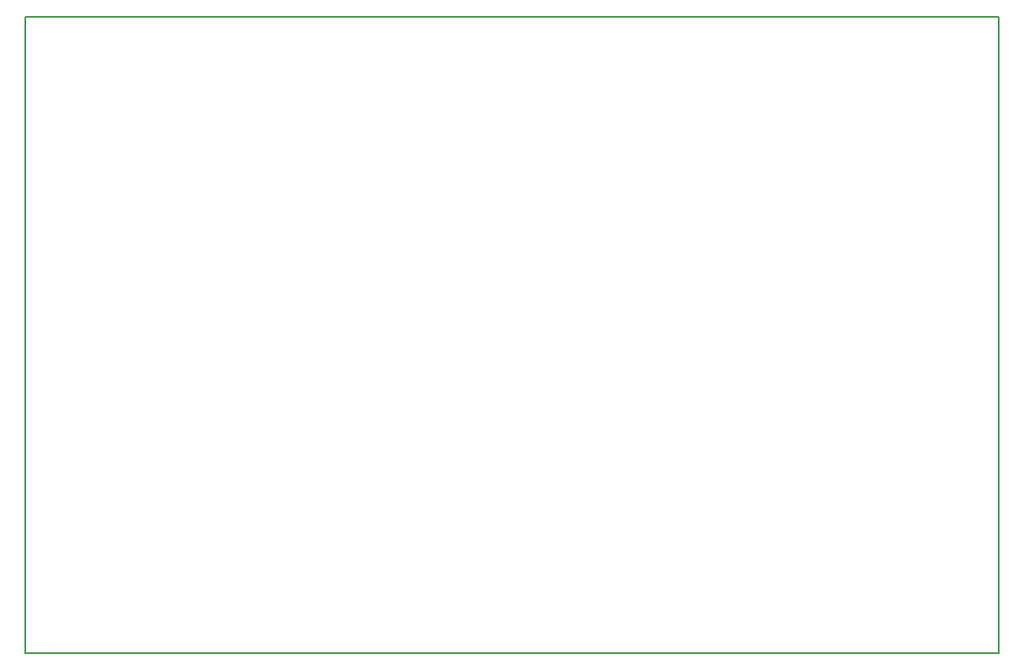
<source format=gbr>
%TF.GenerationSoftware,KiCad,Pcbnew,8.0.0*%
%TF.CreationDate,2024-03-31T23:26:35-03:00*%
%TF.ProjectId,Ponderada Semana 6,506f6e64-6572-4616-9461-2053656d616e,rev?*%
%TF.SameCoordinates,Original*%
%TF.FileFunction,Profile,NP*%
%FSLAX46Y46*%
G04 Gerber Fmt 4.6, Leading zero omitted, Abs format (unit mm)*
G04 Created by KiCad (PCBNEW 8.0.0) date 2024-03-31 23:26:35*
%MOMM*%
%LPD*%
G01*
G04 APERTURE LIST*
%TA.AperFunction,Profile*%
%ADD10C,0.200000*%
%TD*%
G04 APERTURE END LIST*
D10*
X110363000Y-62357000D02*
X208153000Y-62357000D01*
X208153000Y-126238000D01*
X110363000Y-126238000D01*
X110363000Y-62357000D01*
M02*

</source>
